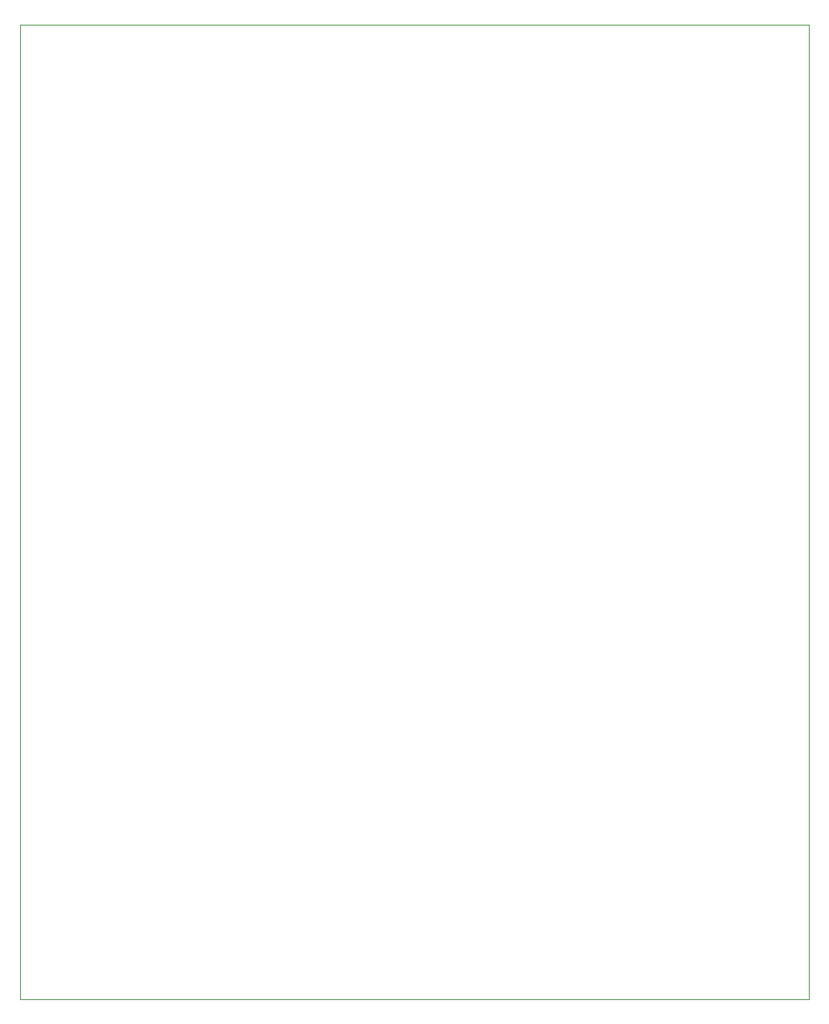
<source format=gbr>
%TF.GenerationSoftware,KiCad,Pcbnew,(6.0.1)*%
%TF.CreationDate,2022-02-20T14:47:32+01:00*%
%TF.ProjectId,PSU,5053552e-6b69-4636-9164-5f7063625858,rev?*%
%TF.SameCoordinates,Original*%
%TF.FileFunction,Profile,NP*%
%FSLAX46Y46*%
G04 Gerber Fmt 4.6, Leading zero omitted, Abs format (unit mm)*
G04 Created by KiCad (PCBNEW (6.0.1)) date 2022-02-20 14:47:32*
%MOMM*%
%LPD*%
G01*
G04 APERTURE LIST*
%TA.AperFunction,Profile*%
%ADD10C,0.100000*%
%TD*%
G04 APERTURE END LIST*
D10*
X99060000Y-124460000D02*
X12700000Y-124460000D01*
X12700000Y-124460000D02*
X12700000Y-17780000D01*
X12700000Y-17780000D02*
X99060000Y-17780000D01*
X99060000Y-17780000D02*
X99060000Y-124460000D01*
M02*

</source>
